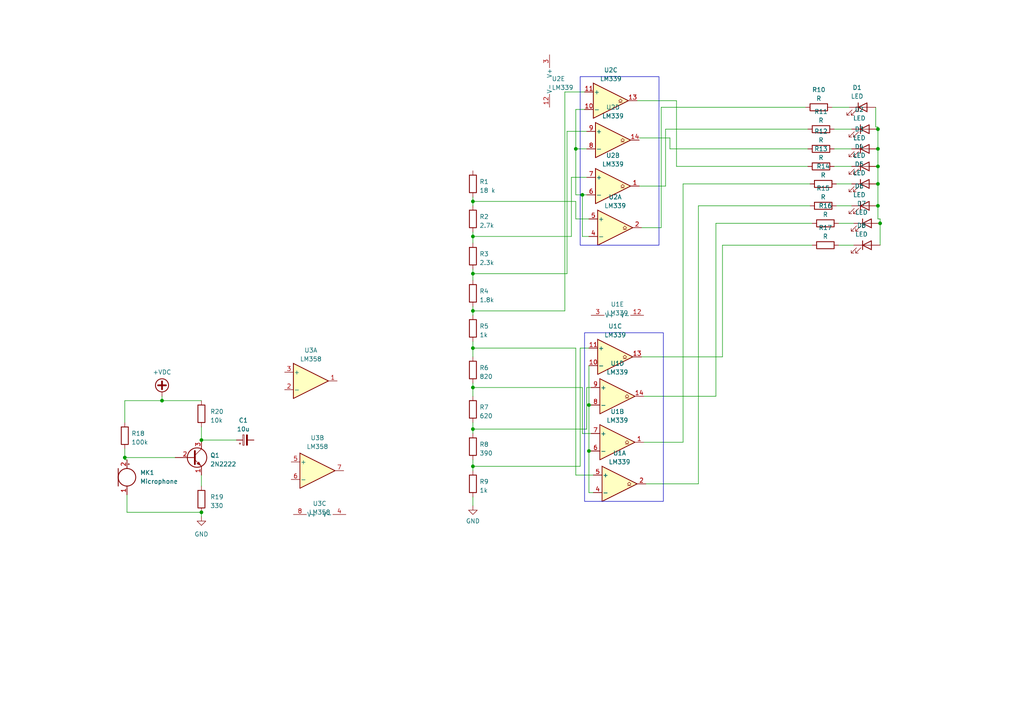
<source format=kicad_sch>
(kicad_sch (version 20230121) (generator eeschema)
  (paper "A4")
  (lib_symbols
    (symbol "Amplifier_Operational:LM358" (pin_names (offset 0.127))
      (property "Reference" "U" (at 0 5.08 0))
      (property "Value" "LM358" (at 0 -5.08 0))
      (symbol "LM358_1_1"
        (polyline (pts (xy -5.08 5.08) (xy 5.08 0) (xy -5.08 -5.08) (xy -5.08 5.08)) (stroke (width 0.254)) (fill (type background)))
        (pin output line (at 7.62 0 180) (length 2.54) (name "~") (number "1"))
        (pin input line (at -7.62 -2.54 0) (length 2.54) (name "-") (number "2"))
        (pin input line (at -7.62 2.54 0) (length 2.54) (name "+") (number "3"))
      )
      (symbol "LM358_2_1"
        (polyline (pts (xy -5.08 5.08) (xy 5.08 0) (xy -5.08 -5.08) (xy -5.08 5.08)) (stroke (width 0.254)) (fill (type background)))
        (pin input line (at -7.62 2.54 0) (length 2.54) (name "+") (number "5"))
        (pin input line (at -7.62 -2.54 0) (length 2.54) (name "-") (number "6"))
        (pin output line (at 7.62 0 180) (length 2.54) (name "~") (number "7"))
      )
      (symbol "LM358_3_1"
        (pin power_in line (at -2.54 -7.62 90) (length 3.81) (name "V-") (number "4"))
        (pin power_in line (at -2.54 7.62 270) (length 3.81) (name "V+") (number "8"))
      )
    )
    (symbol "Comparator:LM339" (pin_names (offset 0.127))
      (property "Reference" "U" (at 0 5.08 0))
      (property "Value" "LM339" (at 0 -5.08 0))
      (symbol "LM339_1_1"
        (polyline (pts (xy -5.08 5.08) (xy 5.08 0) (xy -5.08 -5.08) (xy -5.08 5.08)) (stroke (width 0.254)) (fill (type background)))
        (polyline (pts (xy 3.302 -0.508) (xy 2.794 -0.508) (xy 3.302 0) (xy 2.794 0.508) (xy 2.286 0) (xy 2.794 -0.508) (xy 2.286 -0.508)) (stroke (width 0.127)))
        (pin open_collector line (at 7.62 0 180) (length 2.54) (name "~") (number "2"))
        (pin input line (at -7.62 -2.54 0) (length 2.54) (name "-") (number "4"))
        (pin input line (at -7.62 2.54 0) (length 2.54) (name "+") (number "5"))
      )
      (symbol "LM339_2_1"
        (polyline (pts (xy -5.08 5.08) (xy 5.08 0) (xy -5.08 -5.08) (xy -5.08 5.08)) (stroke (width 0.254)) (fill (type background)))
        (polyline (pts (xy 3.302 -0.508) (xy 2.794 -0.508) (xy 3.302 0) (xy 2.794 0.508) (xy 2.286 0) (xy 2.794 -0.508) (xy 2.286 -0.508)) (stroke (width 0.127)))
        (pin open_collector line (at 7.62 0 180) (length 2.54) (name "~") (number "1"))
        (pin input line (at -7.62 -2.54 0) (length 2.54) (name "-") (number "6"))
        (pin input line (at -7.62 2.54 0) (length 2.54) (name "+") (number "7"))
      )
      (symbol "LM339_3_1"
        (polyline (pts (xy -5.08 5.08) (xy 5.08 0) (xy -5.08 -5.08) (xy -5.08 5.08)) (stroke (width 0.254)) (fill (type background)))
        (polyline (pts (xy 3.302 -0.508) (xy 2.794 -0.508) (xy 3.302 0) (xy 2.794 0.508) (xy 2.286 0) (xy 2.794 -0.508) (xy 2.286 -0.508)) (stroke (width 0.127)))
        (pin input line (at -7.62 -2.54 0) (length 2.54) (name "-") (number "10"))
        (pin input line (at -7.62 2.54 0) (length 2.54) (name "+") (number "11"))
        (pin open_collector line (at 7.62 0 180) (length 2.54) (name "~") (number "13"))
      )
      (symbol "LM339_4_1"
        (polyline (pts (xy -5.08 5.08) (xy 5.08 0) (xy -5.08 -5.08) (xy -5.08 5.08)) (stroke (width 0.254)) (fill (type background)))
        (polyline (pts (xy 3.302 -0.508) (xy 2.794 -0.508) (xy 3.302 0) (xy 2.794 0.508) (xy 2.286 0) (xy 2.794 -0.508) (xy 2.286 -0.508)) (stroke (width 0.127)))
        (pin open_collector line (at 7.62 0 180) (length 2.54) (name "~") (number "14"))
        (pin input line (at -7.62 -2.54 0) (length 2.54) (name "-") (number "8"))
        (pin input line (at -7.62 2.54 0) (length 2.54) (name "+") (number "9"))
      )
      (symbol "LM339_5_1"
        (pin power_in line (at -2.54 -7.62 90) (length 3.81) (name "V-") (number "12"))
        (pin power_in line (at -2.54 7.62 270) (length 3.81) (name "V+") (number "3"))
      )
    )
    (symbol "Device:C_Polarized_Small" (pin_numbers hide) (pin_names (offset 0.254) hide)
      (property "Reference" "C" (at 0.254 1.778 0))
      (property "Value" "C_Polarized_Small" (at 0.254 -2.032 0))
      (symbol "C_Polarized_Small_0_1"
        (rectangle (start -1.524 -0.3048) (end 1.524 -0.6858) (fill (type outline)))
        (rectangle (start -1.524 0.6858) (end 1.524 0.3048))
        (polyline (pts (xy -1.27 1.524) (xy -0.762 1.524)))
        (polyline (pts (xy -1.016 1.27) (xy -1.016 1.778)))
      )
      (symbol "C_Polarized_Small_1_1"
        (pin passive line (at 0 2.54 270) (length 1.8542) (name "~") (number "1"))
        (pin passive line (at 0 -2.54 90) (length 1.8542) (name "~") (number "2"))
      )
    )
    (symbol "Device:LED" (pin_numbers hide) (pin_names (offset 1.016) hide)
      (property "Reference" "D" (at 0 2.54 0))
      (property "Value" "LED" (at 0 -2.54 0))
      (symbol "LED_0_1"
        (polyline (pts (xy -1.27 -1.27) (xy -1.27 1.27)) (stroke (width 0.254)))
        (polyline (pts (xy -1.27 0) (xy 1.27 0)))
        (polyline (pts (xy 1.27 -1.27) (xy 1.27 1.27) (xy -1.27 0) (xy 1.27 -1.27)) (stroke (width 0.254)))
        (polyline (pts (xy -3.048 -0.762) (xy -4.572 -2.286) (xy -3.81 -2.286) (xy -4.572 -2.286) (xy -4.572 -1.524)))
        (polyline (pts (xy -1.778 -0.762) (xy -3.302 -2.286) (xy -2.54 -2.286) (xy -3.302 -2.286) (xy -3.302 -1.524)))
      )
      (symbol "LED_1_1"
        (pin passive line (at -3.81 0 0) (length 2.54) (name "K") (number "1"))
        (pin passive line (at 3.81 0 180) (length 2.54) (name "A") (number "2"))
      )
    )
    (symbol "Device:Microphone" (pin_names (offset 0.0254) hide)
      (property "Reference" "MK" (at -3.81 1.27 0))
      (property "Value" "Microphone" (at -3.81 -0.635 0))
      (symbol "Microphone_0_1"
        (polyline (pts (xy -2.54 2.54) (xy -2.54 -2.54)) (stroke (width 0.254)))
        (polyline (pts (xy 0.254 3.81) (xy 0.762 3.81)))
        (polyline (pts (xy 0.508 4.064) (xy 0.508 3.556)))
        (circle (center 0 0) (radius 2.54) (stroke (width 0.254)))
      )
      (symbol "Microphone_1_1"
        (pin passive line (at 0 -5.08 90) (length 2.54) (name "-") (number "1"))
        (pin passive line (at 0 5.08 270) (length 2.54) (name "+") (number "2"))
      )
    )
    (symbol "Device:R" (pin_numbers hide) (pin_names (offset 0))
      (property "Reference" "R" (at 2.032 0 90))
      (property "Value" "R" (at 0 0 90))
      (symbol "R_0_1"
        (rectangle (start -1.016 -2.54) (end 1.016 2.54) (stroke (width 0.254)))
      )
      (symbol "R_1_1"
        (pin passive line (at 0 3.81 270) (length 1.27) (name "~") (number "1"))
        (pin passive line (at 0 -3.81 90) (length 1.27) (name "~") (number "2"))
      )
    )
    (symbol "Transistor_BJT:2N3904" (pin_names (offset 0) hide)
      (property "Reference" "Q" (at 5.08 1.905 0))
      (property "Value" "2N3904" (at 5.08 0 0))
      (symbol "2N3904_0_1"
        (polyline (pts (xy 0.635 0.635) (xy 2.54 2.54)))
        (polyline (pts (xy 0.635 -0.635) (xy 2.54 -2.54) (xy 2.54 -2.54)))
        (polyline (pts (xy 0.635 1.905) (xy 0.635 -1.905) (xy 0.635 -1.905)) (stroke (width 0.508)))
        (polyline (pts (xy 1.27 -1.778) (xy 1.778 -1.27) (xy 2.286 -2.286) (xy 1.27 -1.778) (xy 1.27 -1.778)) (fill (type outline)))
        (circle (center 1.27 0) (radius 2.8194) (stroke (width 0.254)))
      )
      (symbol "2N3904_1_1"
        (pin passive line (at 2.54 -5.08 90) (length 2.54) (name "E") (number "1"))
        (pin passive line (at -5.08 0 0) (length 5.715) (name "B") (number "2"))
        (pin passive line (at 2.54 5.08 270) (length 2.54) (name "C") (number "3"))
      )
    )
    (symbol "power:+VDC" (power) (pin_names (offset 0))
      (property "Value" "+VDC" (at 0 6.35 0))
      (symbol "+VDC_0_1"
        (polyline (pts (xy -1.143 3.175) (xy 1.143 3.175)) (stroke (width 0.508)))
        (polyline (pts (xy 0 0) (xy 0 1.27)))
        (polyline (pts (xy 0 2.032) (xy 0 4.318)) (stroke (width 0.508)))
        (circle (center 0 3.175) (radius 1.905) (stroke (width 0.254)))
      )
      (symbol "+VDC_1_1"
        (pin power_in line (at 0 0 90) (length 0) hide (name "+VDC") (number "1"))
      )
    )
    (symbol "power:GND" (power) (pin_names (offset 0))
      (property "Value" "GND" (at 0 -3.81 0))
      (symbol "GND_0_1"
        (polyline (pts (xy 0 0) (xy 0 -1.27) (xy 1.27 -1.27) (xy 0 -2.54) (xy -1.27 -1.27) (xy 0 -1.27)))
      )
      (symbol "GND_1_1"
        (pin power_in line (at 0 0 270) (length 0) hide (name "GND") (number "1"))
      )
    )
  )
  (junction (at 58.42 148.59))
  (junction (at 254.635 53.34))
  (junction (at 170.815 130.81))
  (junction (at 137.16 79.375))
  (junction (at 58.42 127.635))
  (junction (at 254.635 59.69))
  (junction (at 168.91 56.515))
  (junction (at 46.99 116.205))
  (junction (at 255.27 64.77))
  (junction (at 167.005 43.18))
  (junction (at 170.815 117.475))
  (junction (at 137.16 58.42))
  (junction (at 137.16 68.58))
  (junction (at 36.195 132.715))
  (junction (at 254.635 43.18))
  (junction (at 137.16 100.965))
  (junction (at 254.635 48.26))
  (junction (at 254.635 37.465))
  (junction (at 137.16 90.17))
  (junction (at 137.16 112.395))
  (junction (at 137.16 124.46))
  (junction (at 137.16 135.255))
  (wire (pts (xy 168.91 68.58) (xy 170.815 68.58)))
  (wire (pts (xy 254 31.115) (xy 254 36.83)))
  (wire (pts (xy 36.195 133.35) (xy 36.83 133.35)))
  (wire (pts (xy 165.735 68.58) (xy 165.735 51.435)))
  (wire (pts (xy 36.195 130.175) (xy 36.195 132.715)))
  (wire (pts (xy 167.005 58.42) (xy 167.005 63.5)))
  (wire (pts (xy 198.12 53.34) (xy 234.95 53.34)))
  (wire (pts (xy 137.16 79.375) (xy 164.465 79.375)))
  (wire (pts (xy 58.42 127.635) (xy 68.58 127.635)))
  (wire (pts (xy 243.205 64.77) (xy 247.65 64.77)))
  (wire (pts (xy 207.645 114.935) (xy 207.645 64.77)))
  (wire (pts (xy 167.005 137.795) (xy 172.085 137.795)))
  (wire (pts (xy 137.16 57.15) (xy 137.16 58.42)))
  (wire (pts (xy 46.99 116.205) (xy 58.42 116.205)))
  (wire (pts (xy 137.16 100.965) (xy 137.16 103.505)))
  (wire (pts (xy 58.42 148.59) (xy 58.42 149.86)))
  (wire (pts (xy 137.16 67.31) (xy 137.16 68.58)))
  (wire (pts (xy 58.42 137.795) (xy 58.42 140.97)))
  (wire (pts (xy 202.565 59.69) (xy 202.565 140.335)))
  (wire (pts (xy 202.565 59.69) (xy 234.95 59.69)))
  (wire (pts (xy 137.16 88.9) (xy 137.16 90.17)))
  (wire (pts (xy 207.645 64.77) (xy 235.585 64.77)))
  (wire (pts (xy 137.16 68.58) (xy 137.16 70.485)))
  (wire (pts (xy 254 36.83) (xy 254.635 36.83)))
  (wire (pts (xy 58.42 148.59) (xy 36.83 148.59)))
  (wire (pts (xy 137.16 58.42) (xy 137.16 59.69)))
  (wire (pts (xy 137.16 135.255) (xy 168.275 135.255)))
  (wire (pts (xy 137.16 68.58) (xy 165.735 68.58)))
  (wire (pts (xy 137.16 135.255) (xy 137.16 136.525)))
  (wire (pts (xy 170.815 106.045) (xy 170.815 117.475)))
  (wire (pts (xy 170.815 130.81) (xy 170.815 142.875)))
  (wire (pts (xy 168.91 112.395) (xy 168.91 125.73)))
  (wire (pts (xy 137.16 124.46) (xy 170.18 124.46)))
  (wire (pts (xy 137.16 79.375) (xy 137.16 81.28)))
  (wire (pts (xy 164.465 38.1) (xy 170.18 38.1)))
  (wire (pts (xy 137.16 90.17) (xy 137.16 91.44)))
  (wire (pts (xy 185.42 40.005) (xy 194.31 40.005)))
  (wire (pts (xy 198.12 53.34) (xy 198.12 128.27)))
  (wire (pts (xy 170.815 130.81) (xy 171.45 130.81)))
  (wire (pts (xy 209.55 103.505) (xy 209.55 71.12)))
  (wire (pts (xy 167.005 43.18) (xy 167.005 56.515)))
  (wire (pts (xy 137.16 99.06) (xy 137.16 100.965)))
  (wire (pts (xy 137.16 112.395) (xy 168.91 112.395)))
  (wire (pts (xy 170.18 112.395) (xy 171.45 112.395)))
  (wire (pts (xy 58.42 123.825) (xy 58.42 127.635)))
  (wire (pts (xy 167.005 63.5) (xy 170.815 63.5)))
  (wire (pts (xy 137.16 58.42) (xy 167.005 58.42)))
  (wire (pts (xy 137.16 122.555) (xy 137.16 124.46)))
  (wire (pts (xy 137.16 133.35) (xy 137.16 135.255)))
  (wire (pts (xy 168.91 125.73) (xy 171.45 125.73)))
  (wire (pts (xy 168.275 100.965) (xy 170.815 100.965)))
  (wire (pts (xy 137.16 144.145) (xy 137.16 146.685)))
  (wire (pts (xy 254.635 43.18) (xy 254.635 48.26)))
  (wire (pts (xy 168.91 56.515) (xy 168.91 68.58)))
  (wire (pts (xy 254.635 53.34) (xy 254.635 59.69)))
  (wire (pts (xy 241.3 31.115) (xy 246.38 31.115)))
  (wire (pts (xy 170.815 117.475) (xy 170.815 130.81)))
  (wire (pts (xy 242.57 53.34) (xy 247.015 53.34)))
  (wire (pts (xy 194.31 43.18) (xy 234.315 43.18)))
  (wire (pts (xy 186.055 66.04) (xy 191.77 66.04)))
  (wire (pts (xy 194.31 40.005) (xy 194.31 43.18)))
  (wire (pts (xy 36.83 148.59) (xy 36.83 143.51)))
  (wire (pts (xy 168.275 135.255) (xy 168.275 100.965)))
  (wire (pts (xy 241.935 48.26) (xy 247.015 48.26)))
  (wire (pts (xy 163.83 90.17) (xy 163.83 26.67)))
  (wire (pts (xy 186.69 114.935) (xy 207.645 114.935)))
  (wire (pts (xy 196.215 48.26) (xy 234.315 48.26)))
  (wire (pts (xy 186.055 103.505) (xy 209.55 103.505)))
  (wire (pts (xy 137.16 90.17) (xy 163.83 90.17)))
  (wire (pts (xy 170.18 124.46) (xy 170.18 112.395)))
  (wire (pts (xy 168.91 56.515) (xy 170.18 56.515)))
  (wire (pts (xy 36.195 132.715) (xy 36.195 133.35)))
  (wire (pts (xy 243.205 71.12) (xy 247.65 71.12)))
  (wire (pts (xy 184.785 29.21) (xy 196.215 29.21)))
  (wire (pts (xy 165.735 51.435) (xy 170.18 51.435)))
  (wire (pts (xy 255.27 63.5) (xy 255.27 64.77)))
  (wire (pts (xy 167.005 43.18) (xy 170.18 43.18)))
  (wire (pts (xy 137.16 112.395) (xy 137.16 114.935)))
  (wire (pts (xy 254.635 48.26) (xy 254.635 53.34)))
  (wire (pts (xy 193.04 53.975) (xy 193.04 37.465)))
  (wire (pts (xy 255.27 64.77) (xy 255.27 71.12)))
  (wire (pts (xy 191.77 66.04) (xy 191.77 31.115)))
  (wire (pts (xy 137.16 78.105) (xy 137.16 79.375)))
  (wire (pts (xy 167.005 31.75) (xy 169.545 31.75)))
  (wire (pts (xy 187.325 140.335) (xy 202.565 140.335)))
  (wire (pts (xy 254.635 37.465) (xy 254.635 43.18)))
  (wire (pts (xy 46.99 114.935) (xy 46.99 116.205)))
  (wire (pts (xy 193.04 37.465) (xy 234.315 37.465)))
  (wire (pts (xy 185.42 53.975) (xy 193.04 53.975)))
  (wire (pts (xy 254.635 63.5) (xy 255.27 63.5)))
  (wire (pts (xy 241.935 37.465) (xy 247.015 37.465)))
  (wire (pts (xy 167.005 100.965) (xy 167.005 137.795)))
  (wire (pts (xy 170.815 142.875) (xy 172.085 142.875)))
  (wire (pts (xy 254.635 59.69) (xy 254.635 63.5)))
  (wire (pts (xy 170.815 117.475) (xy 171.45 117.475)))
  (wire (pts (xy 137.16 111.125) (xy 137.16 112.395)))
  (wire (pts (xy 36.195 132.715) (xy 50.8 132.715)))
  (wire (pts (xy 242.57 59.69) (xy 247.015 59.69)))
  (wire (pts (xy 241.935 43.18) (xy 247.015 43.18)))
  (wire (pts (xy 137.16 124.46) (xy 137.16 125.73)))
  (wire (pts (xy 196.215 29.21) (xy 196.215 48.26)))
  (wire (pts (xy 254.635 36.83) (xy 254.635 37.465)))
  (wire (pts (xy 186.69 128.27) (xy 198.12 128.27)))
  (wire (pts (xy 209.55 71.12) (xy 235.585 71.12)))
  (wire (pts (xy 167.005 56.515) (xy 168.91 56.515)))
  (wire (pts (xy 191.77 31.115) (xy 233.68 31.115)))
  (wire (pts (xy 36.195 116.205) (xy 46.99 116.205)))
  (wire (pts (xy 36.195 122.555) (xy 36.195 116.205)))
  (wire (pts (xy 163.83 26.67) (xy 169.545 26.67)))
  (wire (pts (xy 137.16 100.965) (xy 167.005 100.965)))
  (wire (pts (xy 167.005 31.75) (xy 167.005 43.18)))
  (wire (pts (xy 164.465 79.375) (xy 164.465 38.1)))
  (rectangle (start 169.545 96.52) (end 192.405 145.415))
  (rectangle (start 168.275 22.225) (end 191.135 71.12))
  (symbol (lib_id "Comparator:LM339") (at 179.07 114.935 0) (unit 4)
    (property "Reference" "U1" (at 179.07 105.41 0))
    (property "Value" "LM339" (at 179.07 107.95 0))
    (property "Datasheet" "https://www.st.com/resource/en/datasheet/lm139.pdf" (effects hide))
  )
  (symbol (lib_id "Amplifier_Operational:LM358") (at 92.075 136.525 0) (unit 2)
    (property "Reference" "U3" (at 92.075 127 0))
    (property "Value" "LM358" (at 92.075 129.54 0))
    (property "Datasheet" "http://www.ti.com/lit/ds/symlink/lm2904-n.pdf" (effects hide))
  )
  (symbol (lib_id "Device:R") (at 137.16 118.745 0) (unit 1)
    (property "Reference" "R7" (at 139.065 118.11 0) (effects (justify left)))
    (property "Value" "620" (at 139.065 120.65 0) (effects (justify left)))
  )
  (symbol (lib_id "Device:R") (at 238.76 53.34 90) (unit 1)
    (property "Reference" "R14" (at 238.76 48.26 90))
    (property "Value" "R" (at 238.76 50.8 90))
  )
  (symbol (lib_id "Comparator:LM339") (at 179.705 140.335 0) (unit 1)
    (property "Reference" "U1" (at 179.705 131.445 0))
    (property "Value" "LM339" (at 179.705 133.985 0))
    (property "Datasheet" "https://www.st.com/resource/en/datasheet/lm139.pdf" (effects hide))
  )
  (symbol (lib_id "Device:LED") (at 250.825 43.18 0) (unit 1)
    (property "Reference" "D3" (at 249.2375 37.465 0))
    (property "Value" "LED" (at 249.2375 40.005 0))
  )
  (symbol (lib_id "Device:R") (at 239.395 64.77 90) (unit 1)
    (property "Reference" "R16" (at 239.395 59.69 90))
    (property "Value" "R" (at 239.395 62.23 90))
  )
  (symbol (lib_id "Device:R") (at 137.16 107.315 0) (unit 1)
    (property "Reference" "R6" (at 139.065 106.68 0) (effects (justify left)))
    (property "Value" "820" (at 139.065 109.22 0) (effects (justify left)))
  )
  (symbol (lib_id "Device:LED") (at 250.825 37.465 0) (unit 1)
    (property "Reference" "D2" (at 249.2375 31.75 0))
    (property "Value" "LED" (at 249.2375 34.29 0))
  )
  (symbol (lib_id "Device:R") (at 58.42 144.78 0) (unit 1)
    (property "Reference" "R19" (at 60.96 144.145 0) (effects (justify left)))
    (property "Value" "330" (at 60.96 146.685 0) (effects (justify left)))
  )
  (symbol (lib_id "Device:R") (at 137.16 85.09 0) (unit 1)
    (property "Reference" "R4" (at 139.065 84.455 0) (effects (justify left)))
    (property "Value" "1.8k" (at 139.065 86.995 0) (effects (justify left)))
  )
  (symbol (lib_id "Device:R") (at 238.125 48.26 90) (unit 1)
    (property "Reference" "R13" (at 238.125 43.18 90))
    (property "Value" "R" (at 238.125 45.72 90))
  )
  (symbol (lib_id "Comparator:LM339") (at 178.435 103.505 0) (unit 3)
    (property "Reference" "U1" (at 178.435 94.615 0))
    (property "Value" "LM339" (at 178.435 97.155 0))
    (property "Datasheet" "https://www.st.com/resource/en/datasheet/lm139.pdf" (effects hide))
  )
  (symbol (lib_id "Transistor_BJT:2N3904") (at 55.88 132.715 0) (unit 1)
    (property "Reference" "Q1" (at 60.96 132.08 0) (effects (justify left)))
    (property "Value" "2N2222" (at 60.96 134.62 0) (effects (justify left)))
    (property "Footprint" "Package_TO_SOT_THT:TO-92_Inline" (effects hide))
    (property "Datasheet" "https://www.onsemi.com/pub/Collateral/2N3903-D.PDF" (effects hide))
  )
  (symbol (lib_id "Comparator:LM339") (at 177.8 53.975 0) (unit 2)
    (property "Reference" "U2" (at 177.8 45.085 0))
    (property "Value" "LM339" (at 177.8 47.625 0))
    (property "Datasheet" "https://www.st.com/resource/en/datasheet/lm139.pdf" (effects hide))
  )
  (symbol (lib_id "Device:R") (at 137.16 63.5 0) (unit 1)
    (property "Reference" "R2" (at 139.065 62.865 0) (effects (justify left)))
    (property "Value" "2.7k" (at 139.065 65.405 0) (effects (justify left)))
  )
  (symbol (lib_id "power:GND") (at 137.16 146.685 0) (unit 1)
    (property "Reference" "#PWR01" (effects hide))
    (property "Value" "GND" (at 137.16 151.13 0))
  )
  (symbol (lib_id "Comparator:LM339") (at 177.8 40.64 0) (unit 4)
    (property "Reference" "U2" (at 177.8 31.115 0))
    (property "Value" "LM339" (at 177.8 33.655 0))
    (property "Datasheet" "https://www.st.com/resource/en/datasheet/lm139.pdf" (effects hide))
  )
  (symbol (lib_id "power:+VDC") (at 46.99 114.935 0) (unit 1)
    (property "Reference" "#PWR03" (effects hide))
    (property "Value" "+VDC" (at 46.99 107.95 0))
  )
  (symbol (lib_id "Device:R") (at 58.42 120.015 0) (unit 1)
    (property "Reference" "R20" (at 60.96 119.38 0) (effects (justify left)))
    (property "Value" "10k" (at 60.96 121.92 0) (effects (justify left)))
  )
  (symbol (lib_id "Comparator:LM339") (at 179.07 88.9 90) (unit 5)
    (property "Reference" "U1" (at 179.07 88.265 90))
    (property "Value" "LM339" (at 179.07 90.805 90))
    (property "Datasheet" "https://www.st.com/resource/en/datasheet/lm139.pdf" (effects hide))
  )
  (symbol (lib_id "Device:R") (at 238.125 37.465 90) (unit 1)
    (property "Reference" "R11" (at 238.125 32.385 90))
    (property "Value" "R" (at 238.125 34.925 90))
  )
  (symbol (lib_id "Comparator:LM339") (at 178.435 66.04 0) (unit 1)
    (property "Reference" "U2" (at 178.435 57.15 0))
    (property "Value" "LM339" (at 178.435 59.69 0))
    (property "Datasheet" "https://www.st.com/resource/en/datasheet/lm139.pdf" (effects hide))
  )
  (symbol (lib_id "Device:R") (at 238.76 59.69 90) (unit 1)
    (property "Reference" "R15" (at 238.76 54.61 90))
    (property "Value" "R" (at 238.76 57.15 90))
  )
  (symbol (lib_id "Amplifier_Operational:LM358") (at 92.71 146.685 90) (unit 3)
    (property "Reference" "U3" (at 92.71 146.05 90))
    (property "Value" "LM358" (at 92.71 148.59 90))
    (property "Datasheet" "http://www.ti.com/lit/ds/symlink/lm2904-n.pdf" (effects hide))
  )
  (symbol (lib_id "Device:LED") (at 251.46 71.12 0) (unit 1)
    (property "Reference" "D8" (at 249.8725 65.405 0))
    (property "Value" "LED" (at 249.8725 67.945 0))
  )
  (symbol (lib_id "Amplifier_Operational:LM358") (at 90.17 110.49 0) (unit 1)
    (property "Reference" "U3" (at 90.17 101.6 0))
    (property "Value" "LM358" (at 90.17 104.14 0))
    (property "Datasheet" "http://www.ti.com/lit/ds/symlink/lm2904-n.pdf" (effects hide))
  )
  (symbol (lib_id "Device:Microphone") (at 36.83 138.43 0) (unit 1)
    (property "Reference" "MK1" (at 40.64 137.0965 0) (effects (justify left)))
    (property "Value" "Microphone" (at 40.64 139.6365 0) (effects (justify left)))
  )
  (symbol (lib_id "Device:R") (at 137.16 140.335 0) (unit 1)
    (property "Reference" "R9" (at 139.065 139.7 0) (effects (justify left)))
    (property "Value" "1k" (at 139.065 142.24 0) (effects (justify left)))
  )
  (symbol (lib_id "Device:R") (at 137.16 74.295 0) (unit 1)
    (property "Reference" "R3" (at 139.065 73.66 0) (effects (justify left)))
    (property "Value" "2.3k" (at 139.065 76.2 0) (effects (justify left)))
  )
  (symbol (lib_id "Device:R") (at 137.16 53.34 0) (unit 1)
    (property "Reference" "R1" (at 139.065 52.705 0) (effects (justify left)))
    (property "Value" "18 k" (at 139.065 55.245 0) (effects (justify left)))
  )
  (symbol (lib_id "Comparator:LM339") (at 179.07 128.27 0) (unit 2)
    (property "Reference" "U1" (at 179.07 119.38 0))
    (property "Value" "LM339" (at 179.07 121.92 0))
    (property "Datasheet" "https://www.st.com/resource/en/datasheet/lm139.pdf" (effects hide))
  )
  (symbol (lib_id "Device:LED") (at 250.825 59.69 0) (unit 1)
    (property "Reference" "D6" (at 249.2375 53.975 0))
    (property "Value" "LED" (at 249.2375 56.515 0))
  )
  (symbol (lib_id "Device:R") (at 36.195 126.365 0) (unit 1)
    (property "Reference" "R18" (at 38.1 125.73 0) (effects (justify left)))
    (property "Value" "100k" (at 38.1 128.27 0) (effects (justify left)))
  )
  (symbol (lib_id "Device:LED") (at 250.825 48.26 0) (unit 1)
    (property "Reference" "D4" (at 249.2375 42.545 0))
    (property "Value" "LED" (at 249.2375 45.085 0))
  )
  (symbol (lib_id "Device:C_Polarized_Small") (at 71.12 127.635 90) (unit 1)
    (property "Reference" "C1" (at 70.5739 121.92 90))
    (property "Value" "10u" (at 70.5739 124.46 90))
  )
  (symbol (lib_id "Comparator:LM339") (at 161.925 23.495 0) (unit 5)
    (property "Reference" "U2" (at 160.02 22.86 0) (effects (justify left)))
    (property "Value" "LM339" (at 160.02 25.4 0) (effects (justify left)))
    (property "Datasheet" "https://www.st.com/resource/en/datasheet/lm139.pdf" (effects hide))
  )
  (symbol (lib_id "Device:R") (at 137.16 129.54 0) (unit 1)
    (property "Reference" "R8" (at 139.065 128.905 0) (effects (justify left)))
    (property "Value" "390" (at 139.065 131.445 0) (effects (justify left)))
  )
  (symbol (lib_id "Device:R") (at 238.125 43.18 90) (unit 1)
    (property "Reference" "R12" (at 238.125 38.1 90))
    (property "Value" "R" (at 238.125 40.64 90))
  )
  (symbol (lib_id "Comparator:LM339") (at 177.165 29.21 0) (unit 3)
    (property "Reference" "U2" (at 177.165 20.32 0))
    (property "Value" "LM339" (at 177.165 22.86 0))
    (property "Datasheet" "https://www.st.com/resource/en/datasheet/lm139.pdf" (effects hide))
  )
  (symbol (lib_id "Device:LED") (at 250.825 53.34 0) (unit 1)
    (property "Reference" "D5" (at 249.2375 47.625 0))
    (property "Value" "LED" (at 249.2375 50.165 0))
  )
  (symbol (lib_id "Device:R") (at 137.16 95.25 0) (unit 1)
    (property "Reference" "R5" (at 139.065 94.615 0) (effects (justify left)))
    (property "Value" "1k" (at 139.065 97.155 0) (effects (justify left)))
  )
  (symbol (lib_id "Device:R") (at 237.49 31.115 90) (unit 1)
    (property "Reference" "R10" (at 237.49 26.035 90))
    (property "Value" "R" (at 237.49 28.575 90))
  )
  (symbol (lib_id "power:GND") (at 58.42 149.86 0) (unit 1)
    (property "Reference" "#PWR02" (effects hide))
    (property "Value" "GND" (at 58.42 154.94 0))
  )
  (symbol (lib_id "Device:LED") (at 250.19 31.115 0) (unit 1)
    (property "Reference" "D1" (at 248.6025 25.4 0))
    (property "Value" "LED" (at 248.6025 27.94 0))
  )
  (symbol (lib_id "Device:LED") (at 251.46 64.77 0) (unit 1)
    (property "Reference" "D7" (at 249.8725 59.055 0))
    (property "Value" "LED" (at 249.8725 61.595 0))
  )
  (symbol (lib_id "Device:R") (at 239.395 71.12 90) (unit 1)
    (property "Reference" "R17" (at 239.395 66.04 90))
    (property "Value" "R" (at 239.395 68.58 90))
  )
)
</source>
